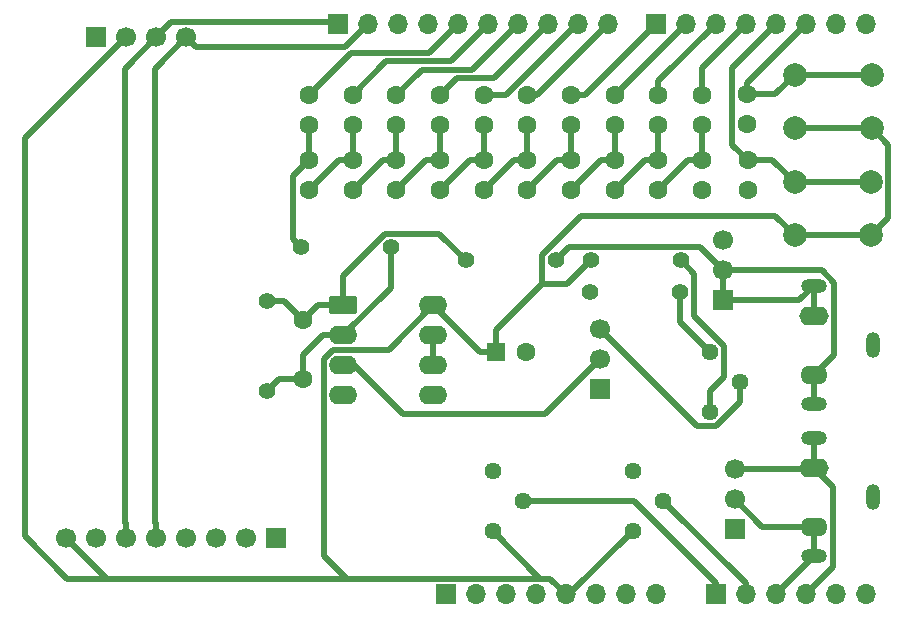
<source format=gbr>
%TF.GenerationSoftware,KiCad,Pcbnew,9.0.7*%
%TF.CreationDate,2026-02-04T16:38:47-07:00*%
%TF.ProjectId,Uno_Shield_DSP,556e6f5f-5368-4696-956c-645f4453502e,rev?*%
%TF.SameCoordinates,Original*%
%TF.FileFunction,Copper,L1,Top*%
%TF.FilePolarity,Positive*%
%FSLAX46Y46*%
G04 Gerber Fmt 4.6, Leading zero omitted, Abs format (unit mm)*
G04 Created by KiCad (PCBNEW 9.0.7) date 2026-02-04 16:38:47*
%MOMM*%
%LPD*%
G01*
G04 APERTURE LIST*
G04 Aperture macros list*
%AMRoundRect*
0 Rectangle with rounded corners*
0 $1 Rounding radius*
0 $2 $3 $4 $5 $6 $7 $8 $9 X,Y pos of 4 corners*
0 Add a 4 corners polygon primitive as box body*
4,1,4,$2,$3,$4,$5,$6,$7,$8,$9,$2,$3,0*
0 Add four circle primitives for the rounded corners*
1,1,$1+$1,$2,$3*
1,1,$1+$1,$4,$5*
1,1,$1+$1,$6,$7*
1,1,$1+$1,$8,$9*
0 Add four rect primitives between the rounded corners*
20,1,$1+$1,$2,$3,$4,$5,0*
20,1,$1+$1,$4,$5,$6,$7,0*
20,1,$1+$1,$6,$7,$8,$9,0*
20,1,$1+$1,$8,$9,$2,$3,0*%
G04 Aperture macros list end*
%TA.AperFunction,ComponentPad*%
%ADD10C,1.400000*%
%TD*%
%TA.AperFunction,ComponentPad*%
%ADD11R,1.700000X1.700000*%
%TD*%
%TA.AperFunction,ComponentPad*%
%ADD12O,1.700000X1.700000*%
%TD*%
%TA.AperFunction,ComponentPad*%
%ADD13C,1.600000*%
%TD*%
%TA.AperFunction,ComponentPad*%
%ADD14C,2.000000*%
%TD*%
%TA.AperFunction,ComponentPad*%
%ADD15RoundRect,0.250000X-0.950000X-0.550000X0.950000X-0.550000X0.950000X0.550000X-0.950000X0.550000X0*%
%TD*%
%TA.AperFunction,ComponentPad*%
%ADD16O,2.400000X1.600000*%
%TD*%
%TA.AperFunction,ComponentPad*%
%ADD17O,2.200000X1.200000*%
%TD*%
%TA.AperFunction,ComponentPad*%
%ADD18O,2.300000X1.600000*%
%TD*%
%TA.AperFunction,ComponentPad*%
%ADD19O,1.200000X2.200000*%
%TD*%
%TA.AperFunction,ComponentPad*%
%ADD20O,2.500000X1.600000*%
%TD*%
%TA.AperFunction,ComponentPad*%
%ADD21RoundRect,0.250000X-0.550000X-0.550000X0.550000X-0.550000X0.550000X0.550000X-0.550000X0.550000X0*%
%TD*%
%TA.AperFunction,ComponentPad*%
%ADD22C,1.440000*%
%TD*%
%TA.AperFunction,ComponentPad*%
%ADD23C,1.700000*%
%TD*%
%TA.AperFunction,Conductor*%
%ADD24C,0.508000*%
%TD*%
G04 APERTURE END LIST*
D10*
%TO.P,R23,1*%
%TO.N,Net-(U1A--)*%
X123300000Y-68100000D03*
%TO.P,R23,2*%
%TO.N,Net-(R13-Pad2)*%
X115680000Y-68100000D03*
%TD*%
D11*
%TO.P,J1,1,Pin_1*%
%TO.N,unconnected-(J1-Pin_1-Pad1)*%
X127940000Y-97460000D03*
D12*
%TO.P,J1,2,Pin_2*%
%TO.N,/IOREF*%
X130480000Y-97460000D03*
%TO.P,J1,3,Pin_3*%
%TO.N,/~{RESET}*%
X133020000Y-97460000D03*
%TO.P,J1,4,Pin_4*%
%TO.N,+3V3*%
X135560000Y-97460000D03*
%TO.P,J1,5,Pin_5*%
%TO.N,+5V*%
X138100000Y-97460000D03*
%TO.P,J1,6,Pin_6*%
%TO.N,GND*%
X140640000Y-97460000D03*
%TO.P,J1,7,Pin_7*%
X143180000Y-97460000D03*
%TO.P,J1,8,Pin_8*%
%TO.N,VCC*%
X145720000Y-97460000D03*
%TD*%
D11*
%TO.P,J3,1,Pin_1*%
%TO.N,/A0*%
X150800000Y-97460000D03*
D12*
%TO.P,J3,2,Pin_2*%
%TO.N,/A1*%
X153340000Y-97460000D03*
%TO.P,J3,3,Pin_3*%
%TO.N,/IN_RIGHT*%
X155880000Y-97460000D03*
%TO.P,J3,4,Pin_4*%
%TO.N,/IN_LEFT*%
X158420000Y-97460000D03*
%TO.P,J3,5,Pin_5*%
%TO.N,/SDA{slash}A4*%
X160960000Y-97460000D03*
%TO.P,J3,6,Pin_6*%
%TO.N,/SCL{slash}A5*%
X163500000Y-97460000D03*
%TD*%
D11*
%TO.P,J2,1,Pin_1*%
%TO.N,/SCL*%
X118796000Y-49200000D03*
D12*
%TO.P,J2,2,Pin_2*%
%TO.N,/SDA*%
X121336000Y-49200000D03*
%TO.P,J2,3,Pin_3*%
%TO.N,/AREF*%
X123876000Y-49200000D03*
%TO.P,J2,4,Pin_4*%
%TO.N,GND*%
X126416000Y-49200000D03*
%TO.P,J2,5,Pin_5*%
%TO.N,/D9*%
X128956000Y-49200000D03*
%TO.P,J2,6,Pin_6*%
%TO.N,/D8*%
X131496000Y-49200000D03*
%TO.P,J2,7,Pin_7*%
%TO.N,/D7*%
X134036000Y-49200000D03*
%TO.P,J2,8,Pin_8*%
%TO.N,/D6*%
X136576000Y-49200000D03*
%TO.P,J2,9,Pin_9*%
%TO.N,/D5*%
X139116000Y-49200000D03*
%TO.P,J2,10,Pin_10*%
%TO.N,/D4*%
X141656000Y-49200000D03*
%TD*%
D11*
%TO.P,J4,1,Pin_1*%
%TO.N,/D3*%
X145720000Y-49200000D03*
D12*
%TO.P,J4,2,Pin_2*%
%TO.N,/D2*%
X148260000Y-49200000D03*
%TO.P,J4,3,Pin_3*%
%TO.N,/D1*%
X150800000Y-49200000D03*
%TO.P,J4,4,Pin_4*%
%TO.N,/D0*%
X153340000Y-49200000D03*
%TO.P,J4,5,Pin_5*%
%TO.N,/BT2*%
X155880000Y-49200000D03*
%TO.P,J4,6,Pin_6*%
%TO.N,/BT1*%
X158420000Y-49200000D03*
%TO.P,J4,7,Pin_7*%
%TO.N,/TX{slash}1*%
X160960000Y-49200000D03*
%TO.P,J4,8,Pin_8*%
%TO.N,/RX{slash}0*%
X163500000Y-49200000D03*
%TD*%
D13*
%TO.P,R9,1*%
%TO.N,/D5*%
X131150000Y-55210000D03*
%TO.P,R9,2*%
%TO.N,Net-(R18-Pad1)*%
X131150000Y-57750000D03*
%TD*%
D14*
%TO.P,SW1,1,1*%
%TO.N,+5V*%
X163975000Y-67075000D03*
X157475000Y-67075000D03*
%TO.P,SW1,2,2*%
%TO.N,/BT2*%
X163975000Y-62575000D03*
X157475000Y-62575000D03*
%TD*%
D13*
%TO.P,R17,1*%
%TO.N,Net-(R17-Pad1)*%
X134850000Y-60710000D03*
%TO.P,R17,2*%
%TO.N,Net-(R16-Pad1)*%
X134850000Y-63250000D03*
%TD*%
%TO.P,C2,1*%
%TO.N,Net-(U1A--)*%
X115890000Y-79210000D03*
%TO.P,C2,2*%
%TO.N,Net-(C2-Pad2)*%
X115890000Y-74210000D03*
%TD*%
D15*
%TO.P,U1,1*%
%TO.N,Net-(C2-Pad2)*%
X119280000Y-73000000D03*
D16*
%TO.P,U1,2,-*%
%TO.N,Net-(U1A--)*%
X119280000Y-75540000D03*
%TO.P,U1,3,+*%
%TO.N,Net-(J9-Pin_2)*%
X119280000Y-78080000D03*
%TO.P,U1,4,V-*%
%TO.N,GND*%
X119280000Y-80620000D03*
%TO.P,U1,5,+*%
X126900000Y-80620000D03*
%TO.P,U1,6,-*%
%TO.N,Net-(U1B--)*%
X126900000Y-78080000D03*
%TO.P,U1,7*%
X126900000Y-75540000D03*
%TO.P,U1,8,V+*%
%TO.N,+5V*%
X126900000Y-73000000D03*
%TD*%
D17*
%TO.P,J13,R*%
%TO.N,/AUDIO_OUT*%
X159100000Y-81375000D03*
D18*
%TO.P,J13,RN*%
X159100000Y-78875000D03*
D19*
%TO.P,J13,S*%
%TO.N,GND*%
X164100000Y-76375000D03*
D17*
%TO.P,J13,T*%
%TO.N,/AUDIO_OUT*%
X159100000Y-71375000D03*
D20*
%TO.P,J13,TN*%
X159100000Y-73875000D03*
%TD*%
D21*
%TO.P,C1,1*%
%TO.N,+5V*%
X132230000Y-76980000D03*
D13*
%TO.P,C1,2*%
%TO.N,GND*%
X134730000Y-76980000D03*
%TD*%
D22*
%TO.P,RV3,1,1*%
%TO.N,Net-(R26-Pad2)*%
X150360000Y-82040000D03*
%TO.P,RV3,2,2*%
%TO.N,Net-(J9-Pin_3)*%
X152900000Y-79500000D03*
%TO.P,RV3,3,3*%
%TO.N,Net-(R27-Pad1)*%
X150360000Y-76960000D03*
%TD*%
D13*
%TO.P,R10,1*%
%TO.N,/D6*%
X127450000Y-55210000D03*
%TO.P,R10,2*%
%TO.N,Net-(R10-Pad2)*%
X127450000Y-57750000D03*
%TD*%
%TO.P,R7,1*%
%TO.N,/D3*%
X138550000Y-55210000D03*
%TO.P,R7,2*%
%TO.N,Net-(R16-Pad1)*%
X138550000Y-57750000D03*
%TD*%
D10*
%TO.P,R26,1*%
%TO.N,+5V*%
X140230000Y-69200000D03*
%TO.P,R26,2*%
%TO.N,Net-(R26-Pad2)*%
X147850000Y-69200000D03*
%TD*%
D11*
%TO.P,J5,1,Pin_1*%
%TO.N,unconnected-(J5-Pin_1-Pad1)*%
X113580000Y-92700000D03*
D23*
%TO.P,J5,2,Pin_2*%
%TO.N,unconnected-(J5-Pin_2-Pad2)*%
X111040000Y-92700000D03*
%TO.P,J5,3,Pin_3*%
%TO.N,unconnected-(J5-Pin_3-Pad3)*%
X108500000Y-92700000D03*
%TO.P,J5,4,Pin_4*%
%TO.N,unconnected-(J5-Pin_4-Pad4)*%
X105960000Y-92700000D03*
%TO.P,J5,5,Pin_5*%
%TO.N,/SDA*%
X103420000Y-92700000D03*
%TO.P,J5,6,Pin_6*%
%TO.N,/SCL*%
X100880000Y-92700000D03*
%TO.P,J5,7,Pin_7*%
%TO.N,GND*%
X98340000Y-92700000D03*
%TO.P,J5,8,Pin_8*%
%TO.N,+5V*%
X95800000Y-92700000D03*
%TD*%
D22*
%TO.P,RV1,1,1*%
%TO.N,+5V*%
X131915000Y-92140000D03*
%TO.P,RV1,2,2*%
%TO.N,/A0*%
X134455000Y-89600000D03*
%TO.P,RV1,3,3*%
%TO.N,GND*%
X131915000Y-87060000D03*
%TD*%
D13*
%TO.P,R1,1*%
%TO.N,/BT2*%
X153500000Y-60700000D03*
%TO.P,R1,2*%
%TO.N,GND*%
X153500000Y-63240000D03*
%TD*%
D11*
%TO.P,J6,1,Pin_1*%
%TO.N,GND*%
X98330000Y-50300000D03*
D23*
%TO.P,J6,2,Pin_2*%
%TO.N,+5V*%
X100870000Y-50300000D03*
%TO.P,J6,3,Pin_3*%
%TO.N,/SCL*%
X103410000Y-50300000D03*
%TO.P,J6,4,Pin_4*%
%TO.N,/SDA*%
X105950000Y-50300000D03*
%TD*%
D13*
%TO.P,R2,1*%
%TO.N,/BT1*%
X153450000Y-55150000D03*
%TO.P,R2,2*%
%TO.N,GND*%
X153450000Y-57690000D03*
%TD*%
%TO.P,R14,1*%
%TO.N,Net-(R14-Pad1)*%
X145950000Y-60700000D03*
%TO.P,R14,2*%
%TO.N,Net-(R14-Pad2)*%
X145950000Y-63240000D03*
%TD*%
%TO.P,R5,1*%
%TO.N,/D1*%
X145950000Y-55200000D03*
%TO.P,R5,2*%
%TO.N,Net-(R14-Pad1)*%
X145950000Y-57740000D03*
%TD*%
%TO.P,R13,1*%
%TO.N,/D9*%
X116350000Y-55210000D03*
%TO.P,R13,2*%
%TO.N,Net-(R13-Pad2)*%
X116350000Y-57750000D03*
%TD*%
%TO.P,R20,1*%
%TO.N,Net-(R11-Pad2)*%
X123750000Y-60710000D03*
%TO.P,R20,2*%
%TO.N,Net-(R10-Pad2)*%
X123750000Y-63250000D03*
%TD*%
D17*
%TO.P,J12,R*%
%TO.N,/IN_RIGHT*%
X159100000Y-94250000D03*
D18*
%TO.P,J12,RN*%
X159100000Y-91750000D03*
D19*
%TO.P,J12,S*%
%TO.N,GND*%
X164100000Y-89250000D03*
D17*
%TO.P,J12,T*%
%TO.N,/IN_LEFT*%
X159100000Y-84250000D03*
D20*
%TO.P,J12,TN*%
X159100000Y-86750000D03*
%TD*%
D13*
%TO.P,R12,1*%
%TO.N,/D8*%
X120050000Y-55210000D03*
%TO.P,R12,2*%
%TO.N,Net-(R12-Pad2)*%
X120050000Y-57750000D03*
%TD*%
%TO.P,R16,1*%
%TO.N,Net-(R16-Pad1)*%
X138550000Y-60710000D03*
%TO.P,R16,2*%
%TO.N,Net-(R15-Pad1)*%
X138550000Y-63250000D03*
%TD*%
D10*
%TO.P,R27,1*%
%TO.N,Net-(R27-Pad1)*%
X147820000Y-71900000D03*
%TO.P,R27,2*%
%TO.N,GND*%
X140200000Y-71900000D03*
%TD*%
D14*
%TO.P,SW2,1,1*%
%TO.N,+5V*%
X164000000Y-58000000D03*
X157500000Y-58000000D03*
%TO.P,SW2,2,2*%
%TO.N,/BT1*%
X164000000Y-53500000D03*
X157500000Y-53500000D03*
%TD*%
D13*
%TO.P,R8,1*%
%TO.N,/D4*%
X134850000Y-55210000D03*
%TO.P,R8,2*%
%TO.N,Net-(R17-Pad1)*%
X134850000Y-57750000D03*
%TD*%
%TO.P,R21,1*%
%TO.N,Net-(R12-Pad2)*%
X120050000Y-60710000D03*
%TO.P,R21,2*%
%TO.N,Net-(R11-Pad2)*%
X120050000Y-63250000D03*
%TD*%
D10*
%TO.P,R25,1*%
%TO.N,/AUDIO_OUT*%
X137260000Y-69200000D03*
%TO.P,R25,2*%
%TO.N,Net-(C2-Pad2)*%
X129640000Y-69200000D03*
%TD*%
D11*
%TO.P,J9,1,Pin_1*%
%TO.N,GND*%
X141000000Y-80080000D03*
D23*
%TO.P,J9,2,Pin_2*%
%TO.N,Net-(J9-Pin_2)*%
X141000000Y-77540000D03*
%TO.P,J9,3,Pin_3*%
%TO.N,Net-(J9-Pin_3)*%
X141000000Y-75000000D03*
%TD*%
D22*
%TO.P,RV2,1,1*%
%TO.N,+5V*%
X143800000Y-92080000D03*
%TO.P,RV2,2,2*%
%TO.N,/A1*%
X146340000Y-89540000D03*
%TO.P,RV2,3,3*%
%TO.N,GND*%
X143800000Y-87000000D03*
%TD*%
D13*
%TO.P,R6,1*%
%TO.N,/D2*%
X142250000Y-55210000D03*
%TO.P,R6,2*%
%TO.N,Net-(R15-Pad1)*%
X142250000Y-57750000D03*
%TD*%
%TO.P,R22,1*%
%TO.N,Net-(R13-Pad2)*%
X116350000Y-60710000D03*
%TO.P,R22,2*%
%TO.N,Net-(R12-Pad2)*%
X116350000Y-63250000D03*
%TD*%
%TO.P,R4,1*%
%TO.N,/D0*%
X149650000Y-55200000D03*
%TO.P,R4,2*%
%TO.N,Net-(R14-Pad2)*%
X149650000Y-57740000D03*
%TD*%
%TO.P,R11,1*%
%TO.N,/D7*%
X123750000Y-55210000D03*
%TO.P,R11,2*%
%TO.N,Net-(R11-Pad2)*%
X123750000Y-57750000D03*
%TD*%
%TO.P,R3,1*%
%TO.N,Net-(R14-Pad2)*%
X149650000Y-60700000D03*
%TO.P,R3,2*%
%TO.N,GND*%
X149650000Y-63240000D03*
%TD*%
%TO.P,R18,1*%
%TO.N,Net-(R18-Pad1)*%
X131150000Y-60710000D03*
%TO.P,R18,2*%
%TO.N,Net-(R17-Pad1)*%
X131150000Y-63250000D03*
%TD*%
%TO.P,R19,1*%
%TO.N,Net-(R10-Pad2)*%
X127450000Y-60710000D03*
%TO.P,R19,2*%
%TO.N,Net-(R18-Pad1)*%
X127450000Y-63250000D03*
%TD*%
D11*
%TO.P,J11,1,Pin_1*%
%TO.N,/AUDIO_OUT*%
X151450000Y-72590000D03*
D23*
%TO.P,J11,2,Pin_2*%
X151450000Y-70050000D03*
%TO.P,J11,3,Pin_3*%
%TO.N,GND*%
X151450000Y-67510000D03*
%TD*%
D13*
%TO.P,R15,1*%
%TO.N,Net-(R15-Pad1)*%
X142250000Y-60700000D03*
%TO.P,R15,2*%
%TO.N,Net-(R14-Pad1)*%
X142250000Y-63240000D03*
%TD*%
D11*
%TO.P,J10,1,Pin_1*%
%TO.N,GND*%
X152400000Y-91980000D03*
D23*
%TO.P,J10,2,Pin_2*%
%TO.N,/IN_RIGHT*%
X152400000Y-89440000D03*
%TO.P,J10,3,Pin_3*%
%TO.N,/IN_LEFT*%
X152400000Y-86900000D03*
%TD*%
D10*
%TO.P,R24,1*%
%TO.N,Net-(C2-Pad2)*%
X112790000Y-72610000D03*
%TO.P,R24,2*%
%TO.N,Net-(U1A--)*%
X112790000Y-80230000D03*
%TD*%
D24*
%TO.N,Net-(U1A--)*%
X119280000Y-75540000D02*
X117572000Y-75540000D01*
X117572000Y-75540000D02*
X115890000Y-77222000D01*
X115890000Y-77222000D02*
X115890000Y-79210000D01*
%TO.N,+5V*%
X125300000Y-96155000D02*
X119560000Y-96155000D01*
X118390162Y-76795000D02*
X117625000Y-77560162D01*
X126900000Y-73000000D02*
X123105000Y-76795000D01*
X117625000Y-77560162D02*
X117625000Y-94220000D01*
X123105000Y-76795000D02*
X118390162Y-76795000D01*
X117625000Y-94220000D02*
X119560000Y-96155000D01*
X119560000Y-96155000D02*
X99255000Y-96155000D01*
%TO.N,Net-(C2-Pad2)*%
X119280000Y-73000000D02*
X119280000Y-70486583D01*
X119280000Y-70486583D02*
X122821583Y-66945000D01*
X122821583Y-66945000D02*
X127385000Y-66945000D01*
X127385000Y-66945000D02*
X129640000Y-69200000D01*
%TO.N,Net-(U1A--)*%
X119280000Y-75540000D02*
X123300000Y-71520000D01*
X123300000Y-71520000D02*
X123300000Y-68100000D01*
%TO.N,Net-(J9-Pin_2)*%
X136340000Y-82200000D02*
X124320000Y-82200000D01*
X141000000Y-77540000D02*
X136340000Y-82200000D01*
X124320000Y-82200000D02*
X120200000Y-78080000D01*
X120200000Y-78080000D02*
X119280000Y-78080000D01*
%TO.N,+5V*%
X140230000Y-69200000D02*
X138245000Y-71185000D01*
X138245000Y-71185000D02*
X136105000Y-71185000D01*
X136795000Y-96155000D02*
X125940000Y-96155000D01*
X132230000Y-76980000D02*
X130880000Y-76980000D01*
X130880000Y-76980000D02*
X126900000Y-73000000D01*
X136105000Y-71185000D02*
X132230000Y-75060000D01*
X132230000Y-75060000D02*
X132230000Y-76980000D01*
X92300000Y-92550000D02*
X92300000Y-58870000D01*
X155850000Y-65450000D02*
X139376583Y-65450000D01*
X140230000Y-69200000D02*
X140230000Y-69270000D01*
X92300000Y-58870000D02*
X100870000Y-50300000D01*
X138420000Y-97460000D02*
X138100000Y-97460000D01*
X165430000Y-65620000D02*
X163975000Y-67075000D01*
X164000000Y-58000000D02*
X165430000Y-59430000D01*
X163975000Y-67075000D02*
X157475000Y-67075000D01*
X139376583Y-65450000D02*
X136105000Y-68721583D01*
X95800000Y-92700000D02*
X99255000Y-96155000D01*
X165430000Y-59430000D02*
X165430000Y-65620000D01*
X131915000Y-92140000D02*
X135930000Y-96155000D01*
X99255000Y-96155000D02*
X95905000Y-96155000D01*
X143800000Y-92080000D02*
X138420000Y-97460000D01*
X126900000Y-73000000D02*
X126900000Y-72930000D01*
X136105000Y-68721583D02*
X136105000Y-71185000D01*
X138100000Y-97460000D02*
X136795000Y-96155000D01*
X125940000Y-96155000D02*
X125530000Y-96155000D01*
X95905000Y-96155000D02*
X92300000Y-92550000D01*
X135930000Y-96155000D02*
X136795000Y-96155000D01*
X125530000Y-96155000D02*
X125300000Y-96155000D01*
X157475000Y-67075000D02*
X155850000Y-65450000D01*
X157500000Y-58000000D02*
X164000000Y-58000000D01*
%TO.N,/A0*%
X143910000Y-89600000D02*
X150800000Y-96490000D01*
X150800000Y-96490000D02*
X150800000Y-97460000D01*
X134455000Y-89600000D02*
X143910000Y-89600000D01*
%TO.N,/A1*%
X153340000Y-96540000D02*
X153340000Y-97460000D01*
X146340000Y-89540000D02*
X153340000Y-96540000D01*
%TO.N,/SCL*%
X118591000Y-48995000D02*
X104715000Y-48995000D01*
X118796000Y-49200000D02*
X118591000Y-48995000D01*
X104715000Y-48995000D02*
X103410000Y-50300000D01*
X103410000Y-50300000D02*
X100750000Y-52960000D01*
X100750000Y-52960000D02*
X100750000Y-91350000D01*
X100880000Y-91480000D02*
X100880000Y-92700000D01*
X100750000Y-91350000D02*
X100880000Y-91480000D01*
%TO.N,/SDA*%
X103290000Y-52960000D02*
X103290000Y-91350000D01*
X105950000Y-50300000D02*
X103290000Y-52960000D01*
X119386000Y-51150000D02*
X106800000Y-51150000D01*
X121336000Y-49200000D02*
X119386000Y-51150000D01*
X106800000Y-51150000D02*
X105950000Y-50300000D01*
X103290000Y-91350000D02*
X103420000Y-91480000D01*
X103420000Y-91480000D02*
X103420000Y-92700000D01*
%TO.N,/BT2*%
X153500000Y-60700000D02*
X155600000Y-60700000D01*
X152195000Y-59395000D02*
X153500000Y-60700000D01*
X155600000Y-60700000D02*
X157475000Y-62575000D01*
X157475000Y-62575000D02*
X163975000Y-62575000D01*
X155880000Y-49200000D02*
X152195000Y-52885000D01*
X152195000Y-52885000D02*
X152195000Y-59395000D01*
%TO.N,Net-(C2-Pad2)*%
X119280000Y-73000000D02*
X117100000Y-73000000D01*
X114290000Y-72610000D02*
X115890000Y-74210000D01*
X119330000Y-72950000D02*
X119280000Y-73000000D01*
X112790000Y-72610000D02*
X114290000Y-72610000D01*
X117100000Y-73000000D02*
X115890000Y-74210000D01*
%TO.N,Net-(U1A--)*%
X119280000Y-75540000D02*
X119280000Y-75820000D01*
X115890000Y-79210000D02*
X113810000Y-79210000D01*
X113810000Y-79210000D02*
X112790000Y-80230000D01*
%TO.N,/D7*%
X130195000Y-53041000D02*
X125919000Y-53041000D01*
X134036000Y-49200000D02*
X130195000Y-53041000D01*
X125919000Y-53041000D02*
X123750000Y-55210000D01*
%TO.N,/D8*%
X131496000Y-49200000D02*
X128364000Y-52332000D01*
X122928000Y-52332000D02*
X120050000Y-55210000D01*
X128364000Y-52332000D02*
X122928000Y-52332000D01*
%TO.N,/D9*%
X128956000Y-49200000D02*
X126533000Y-51623000D01*
X119937000Y-51623000D02*
X116350000Y-55210000D01*
X126533000Y-51623000D02*
X119937000Y-51623000D01*
%TO.N,/D6*%
X132026000Y-53750000D02*
X128910000Y-53750000D01*
X128910000Y-53750000D02*
X127450000Y-55210000D01*
X136576000Y-49200000D02*
X132026000Y-53750000D01*
%TO.N,/D4*%
X135646000Y-55210000D02*
X134850000Y-55210000D01*
X141656000Y-49200000D02*
X135646000Y-55210000D01*
%TO.N,/D5*%
X133075161Y-55210000D02*
X131150000Y-55210000D01*
X139085161Y-49200000D02*
X133075161Y-55210000D01*
X139116000Y-49200000D02*
X139085161Y-49200000D01*
%TO.N,/IN_RIGHT*%
X159100000Y-91750000D02*
X159100000Y-94250000D01*
X159100000Y-94250000D02*
X159090000Y-94250000D01*
X159090000Y-94250000D02*
X155880000Y-97460000D01*
X159100000Y-91750000D02*
X154710000Y-91750000D01*
X154710000Y-91750000D02*
X152400000Y-89440000D01*
%TO.N,/IN_LEFT*%
X159100000Y-86750000D02*
X160705000Y-88355000D01*
X158950000Y-86900000D02*
X159100000Y-86750000D01*
X159100000Y-84250000D02*
X159100000Y-86750000D01*
X160705000Y-88355000D02*
X160705000Y-95175000D01*
X160705000Y-95175000D02*
X158420000Y-97460000D01*
X152400000Y-86900000D02*
X158950000Y-86900000D01*
%TO.N,/BT1*%
X153450000Y-54170000D02*
X153450000Y-55150000D01*
X157500000Y-53500000D02*
X164000000Y-53500000D01*
X158420000Y-49200000D02*
X153450000Y-54170000D01*
X155850000Y-55150000D02*
X157500000Y-53500000D01*
X153450000Y-55150000D02*
X155850000Y-55150000D01*
%TO.N,/D3*%
X139710000Y-55210000D02*
X138550000Y-55210000D01*
X145720000Y-49200000D02*
X139710000Y-55210000D01*
%TO.N,/D2*%
X148260000Y-49200000D02*
X142250000Y-55210000D01*
X142650000Y-55210000D02*
X142250000Y-55210000D01*
%TO.N,/D0*%
X149650000Y-52890000D02*
X149650000Y-55200000D01*
X153340000Y-49200000D02*
X149650000Y-52890000D01*
%TO.N,/D1*%
X150800000Y-49200000D02*
X145950000Y-54050000D01*
X145950000Y-55200000D02*
X145950000Y-55350000D01*
X145950000Y-54050000D02*
X145950000Y-55200000D01*
%TO.N,/AUDIO_OUT*%
X157885000Y-72590000D02*
X159100000Y-71375000D01*
X159100000Y-78875000D02*
X159100000Y-81375000D01*
X137260000Y-69200000D02*
X138415000Y-68045000D01*
X151450000Y-72590000D02*
X157885000Y-72590000D01*
X159766995Y-70050000D02*
X160805000Y-71088005D01*
X160805000Y-71088005D02*
X160805000Y-77170000D01*
X160805000Y-77170000D02*
X159100000Y-78875000D01*
X159100000Y-71375000D02*
X159100000Y-73875000D01*
X151450000Y-70050000D02*
X159766995Y-70050000D01*
X151450000Y-70050000D02*
X151450000Y-72590000D01*
X149445000Y-68045000D02*
X151450000Y-70050000D01*
X158955000Y-71230000D02*
X159100000Y-71375000D01*
X138415000Y-68045000D02*
X149445000Y-68045000D01*
%TO.N,Net-(J9-Pin_3)*%
X141000000Y-75000000D02*
X149215000Y-83215000D01*
X149215000Y-83215000D02*
X150846701Y-83215000D01*
X150846701Y-83215000D02*
X152900000Y-81161701D01*
X152900000Y-81161701D02*
X152900000Y-79500000D01*
%TO.N,Net-(R14-Pad2)*%
X149650000Y-57740000D02*
X149650000Y-60700000D01*
X149650000Y-60700000D02*
X148490000Y-60700000D01*
X148490000Y-60700000D02*
X145950000Y-63240000D01*
%TO.N,Net-(R14-Pad1)*%
X145950000Y-57740000D02*
X145950000Y-60700000D01*
X144790000Y-60700000D02*
X142250000Y-63240000D01*
X145950000Y-60700000D02*
X144790000Y-60700000D01*
%TO.N,Net-(R15-Pad1)*%
X141100000Y-60700000D02*
X138550000Y-63250000D01*
X142250000Y-60700000D02*
X141100000Y-60700000D01*
X142250000Y-57750000D02*
X142250000Y-60700000D01*
%TO.N,Net-(R16-Pad1)*%
X138550000Y-57750000D02*
X138550000Y-60710000D01*
X138550000Y-60710000D02*
X137390000Y-60710000D01*
X137390000Y-60710000D02*
X134850000Y-63250000D01*
%TO.N,Net-(R17-Pad1)*%
X134850000Y-57750000D02*
X134850000Y-60710000D01*
X134850000Y-60710000D02*
X133690000Y-60710000D01*
X133690000Y-60710000D02*
X131150000Y-63250000D01*
%TO.N,Net-(R18-Pad1)*%
X131150000Y-60710000D02*
X129990000Y-60710000D01*
X131150000Y-57750000D02*
X131150000Y-60710000D01*
X129990000Y-60710000D02*
X127450000Y-63250000D01*
%TO.N,Net-(R10-Pad2)*%
X126290000Y-60710000D02*
X123750000Y-63250000D01*
X127450000Y-57750000D02*
X127450000Y-60710000D01*
X127450000Y-60710000D02*
X126290000Y-60710000D01*
%TO.N,Net-(R11-Pad2)*%
X123750000Y-60710000D02*
X122590000Y-60710000D01*
X122590000Y-60710000D02*
X120050000Y-63250000D01*
X123750000Y-57750000D02*
X123750000Y-60710000D01*
%TO.N,Net-(R12-Pad2)*%
X120050000Y-60710000D02*
X118890000Y-60710000D01*
X118890000Y-60710000D02*
X116350000Y-63250000D01*
X120050000Y-57750000D02*
X120050000Y-60710000D01*
%TO.N,Net-(R13-Pad2)*%
X114980000Y-67400000D02*
X115680000Y-68100000D01*
X114980000Y-62080000D02*
X114980000Y-67400000D01*
X116350000Y-57750000D02*
X116350000Y-60710000D01*
X116350000Y-60710000D02*
X114980000Y-62080000D01*
%TO.N,Net-(R26-Pad2)*%
X147850000Y-69200000D02*
X148975000Y-70325000D01*
X150360000Y-80270000D02*
X150360000Y-82040000D01*
X151535000Y-76473299D02*
X151535000Y-79095000D01*
X151535000Y-79095000D02*
X150360000Y-80270000D01*
X148975000Y-70325000D02*
X148975000Y-73913299D01*
X148975000Y-73913299D02*
X151535000Y-76473299D01*
%TO.N,Net-(R27-Pad1)*%
X150360000Y-76960000D02*
X147820000Y-74420000D01*
X147820000Y-74420000D02*
X147820000Y-71900000D01*
%TO.N,Net-(U1B--)*%
X126900000Y-75540000D02*
X126900000Y-78080000D01*
%TD*%
M02*

</source>
